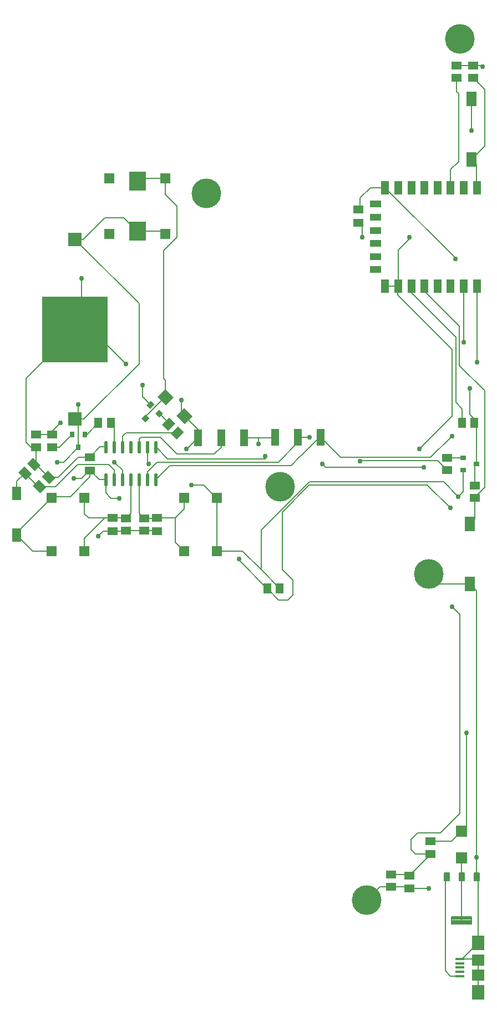
<source format=gbr>
G04 EAGLE Gerber RS-274X export*
G75*
%MOMM*%
%FSLAX34Y34*%
%LPD*%
%INTop Copper*%
%IPPOS*%
%AMOC8*
5,1,8,0,0,1.08239X$1,22.5*%
G01*
%ADD10R,1.600000X1.300000*%
%ADD11R,1.800000X1.700000*%
%ADD12R,1.270000X2.540000*%
%ADD13R,0.800000X0.900000*%
%ADD14R,1.300000X1.600000*%
%ADD15R,1.450000X2.100000*%
%ADD16R,1.500000X1.500000*%
%ADD17R,1.500000X1.300000*%
%ADD18C,0.295000*%
%ADD19R,1.200000X2.000000*%
%ADD20R,1.700000X1.100000*%
%ADD21C,0.139500*%
%ADD22C,0.196500*%
%ADD23R,1.400000X0.400000*%
%ADD24R,1.900000X1.800000*%
%ADD25R,1.900000X2.300000*%
%ADD26R,1.700000X1.800000*%
%ADD27R,0.900000X0.800000*%
%ADD28R,1.300000X1.500000*%
%ADD29R,1.600000X2.190000*%
%ADD30R,1.600000X2.180000*%
%ADD31R,10.000000X10.000000*%
%ADD32R,2.000000X2.000000*%
%ADD33R,2.500000X3.000000*%
%ADD34R,1.600000X1.600000*%
%ADD35C,4.516000*%
%ADD36C,0.152400*%
%ADD37C,0.756400*%


D10*
X942500Y1807500D03*
X942500Y1827500D03*
X977500Y1735000D03*
X977500Y1715000D03*
X1045000Y1735000D03*
X1045000Y1715000D03*
X1430000Y1170000D03*
X1430000Y1190000D03*
D11*
G36*
X1058357Y1907122D02*
X1045630Y1919849D01*
X1057651Y1931870D01*
X1070378Y1919143D01*
X1058357Y1907122D01*
G37*
G36*
X1087349Y1878130D02*
X1074622Y1890857D01*
X1086643Y1902878D01*
X1099370Y1890151D01*
X1087349Y1878130D01*
G37*
D12*
X1177800Y1856800D03*
X1142800Y1856800D03*
X1107800Y1856800D03*
D13*
G36*
X1027782Y1892639D02*
X1033439Y1886982D01*
X1027076Y1880619D01*
X1021419Y1886276D01*
X1027782Y1892639D01*
G37*
G36*
X1048642Y1900064D02*
X1054299Y1894407D01*
X1047936Y1888044D01*
X1042279Y1893701D01*
X1048642Y1900064D01*
G37*
G36*
X1035207Y1913499D02*
X1040864Y1907842D01*
X1034501Y1901479D01*
X1028844Y1907136D01*
X1035207Y1913499D01*
G37*
D14*
G36*
X853535Y1802222D02*
X844342Y1793029D01*
X833029Y1804342D01*
X842222Y1813535D01*
X853535Y1802222D01*
G37*
G36*
X866971Y1815658D02*
X857778Y1806465D01*
X846465Y1817778D01*
X855658Y1826971D01*
X866971Y1815658D01*
G37*
D10*
X997500Y1734500D03*
X997500Y1715500D03*
X1025000Y1734500D03*
X1025000Y1715500D03*
D14*
G36*
X1076978Y1874935D02*
X1086171Y1865742D01*
X1074858Y1854429D01*
X1065665Y1863622D01*
X1076978Y1874935D01*
G37*
G36*
X1063542Y1888371D02*
X1072735Y1879178D01*
X1061422Y1867865D01*
X1052229Y1877058D01*
X1063542Y1888371D01*
G37*
D10*
X860000Y1862000D03*
X860000Y1843000D03*
X1402500Y1192000D03*
X1402500Y1173000D03*
X885000Y1843000D03*
X885000Y1862000D03*
D15*
X830600Y1708900D03*
X830600Y1772400D03*
D16*
X934000Y1684500D03*
X884000Y1684500D03*
X934000Y1765500D03*
X884000Y1765500D03*
X1086000Y1765500D03*
X1136000Y1765500D03*
X1086000Y1684500D03*
X1136000Y1684500D03*
D17*
X1462300Y1223300D03*
X1462300Y1242300D03*
D18*
X968175Y1785225D02*
X968175Y1801775D01*
X968175Y1785225D02*
X965225Y1785225D01*
X965225Y1801775D01*
X968175Y1801775D01*
X968175Y1788027D02*
X965225Y1788027D01*
X965225Y1790829D02*
X968175Y1790829D01*
X968175Y1793631D02*
X965225Y1793631D01*
X965225Y1796433D02*
X968175Y1796433D01*
X968175Y1799235D02*
X965225Y1799235D01*
X980875Y1801775D02*
X980875Y1785225D01*
X977925Y1785225D01*
X977925Y1801775D01*
X980875Y1801775D01*
X980875Y1788027D02*
X977925Y1788027D01*
X977925Y1790829D02*
X980875Y1790829D01*
X980875Y1793631D02*
X977925Y1793631D01*
X977925Y1796433D02*
X980875Y1796433D01*
X980875Y1799235D02*
X977925Y1799235D01*
X993575Y1801775D02*
X993575Y1785225D01*
X990625Y1785225D01*
X990625Y1801775D01*
X993575Y1801775D01*
X993575Y1788027D02*
X990625Y1788027D01*
X990625Y1790829D02*
X993575Y1790829D01*
X993575Y1793631D02*
X990625Y1793631D01*
X990625Y1796433D02*
X993575Y1796433D01*
X993575Y1799235D02*
X990625Y1799235D01*
X1006275Y1801775D02*
X1006275Y1785225D01*
X1003325Y1785225D01*
X1003325Y1801775D01*
X1006275Y1801775D01*
X1006275Y1788027D02*
X1003325Y1788027D01*
X1003325Y1790829D02*
X1006275Y1790829D01*
X1006275Y1793631D02*
X1003325Y1793631D01*
X1003325Y1796433D02*
X1006275Y1796433D01*
X1006275Y1799235D02*
X1003325Y1799235D01*
X1018975Y1801775D02*
X1018975Y1785225D01*
X1016025Y1785225D01*
X1016025Y1801775D01*
X1018975Y1801775D01*
X1018975Y1788027D02*
X1016025Y1788027D01*
X1016025Y1790829D02*
X1018975Y1790829D01*
X1018975Y1793631D02*
X1016025Y1793631D01*
X1016025Y1796433D02*
X1018975Y1796433D01*
X1018975Y1799235D02*
X1016025Y1799235D01*
X1031675Y1801775D02*
X1031675Y1785225D01*
X1028725Y1785225D01*
X1028725Y1801775D01*
X1031675Y1801775D01*
X1031675Y1788027D02*
X1028725Y1788027D01*
X1028725Y1790829D02*
X1031675Y1790829D01*
X1031675Y1793631D02*
X1028725Y1793631D01*
X1028725Y1796433D02*
X1031675Y1796433D01*
X1031675Y1799235D02*
X1028725Y1799235D01*
X1044375Y1801775D02*
X1044375Y1785225D01*
X1041425Y1785225D01*
X1041425Y1801775D01*
X1044375Y1801775D01*
X1044375Y1788027D02*
X1041425Y1788027D01*
X1041425Y1790829D02*
X1044375Y1790829D01*
X1044375Y1793631D02*
X1041425Y1793631D01*
X1041425Y1796433D02*
X1044375Y1796433D01*
X1044375Y1799235D02*
X1041425Y1799235D01*
X1044375Y1834825D02*
X1044375Y1851375D01*
X1044375Y1834825D02*
X1041425Y1834825D01*
X1041425Y1851375D01*
X1044375Y1851375D01*
X1044375Y1837627D02*
X1041425Y1837627D01*
X1041425Y1840429D02*
X1044375Y1840429D01*
X1044375Y1843231D02*
X1041425Y1843231D01*
X1041425Y1846033D02*
X1044375Y1846033D01*
X1044375Y1848835D02*
X1041425Y1848835D01*
X1031675Y1851375D02*
X1031675Y1834825D01*
X1028725Y1834825D01*
X1028725Y1851375D01*
X1031675Y1851375D01*
X1031675Y1837627D02*
X1028725Y1837627D01*
X1028725Y1840429D02*
X1031675Y1840429D01*
X1031675Y1843231D02*
X1028725Y1843231D01*
X1028725Y1846033D02*
X1031675Y1846033D01*
X1031675Y1848835D02*
X1028725Y1848835D01*
X1018975Y1851375D02*
X1018975Y1834825D01*
X1016025Y1834825D01*
X1016025Y1851375D01*
X1018975Y1851375D01*
X1018975Y1837627D02*
X1016025Y1837627D01*
X1016025Y1840429D02*
X1018975Y1840429D01*
X1018975Y1843231D02*
X1016025Y1843231D01*
X1016025Y1846033D02*
X1018975Y1846033D01*
X1018975Y1848835D02*
X1016025Y1848835D01*
X1006275Y1851375D02*
X1006275Y1834825D01*
X1003325Y1834825D01*
X1003325Y1851375D01*
X1006275Y1851375D01*
X1006275Y1837627D02*
X1003325Y1837627D01*
X1003325Y1840429D02*
X1006275Y1840429D01*
X1006275Y1843231D02*
X1003325Y1843231D01*
X1003325Y1846033D02*
X1006275Y1846033D01*
X1006275Y1848835D02*
X1003325Y1848835D01*
X993575Y1851375D02*
X993575Y1834825D01*
X990625Y1834825D01*
X990625Y1851375D01*
X993575Y1851375D01*
X993575Y1837627D02*
X990625Y1837627D01*
X990625Y1840429D02*
X993575Y1840429D01*
X993575Y1843231D02*
X990625Y1843231D01*
X990625Y1846033D02*
X993575Y1846033D01*
X993575Y1848835D02*
X990625Y1848835D01*
X980875Y1851375D02*
X980875Y1834825D01*
X977925Y1834825D01*
X977925Y1851375D01*
X980875Y1851375D01*
X980875Y1837627D02*
X977925Y1837627D01*
X977925Y1840429D02*
X980875Y1840429D01*
X980875Y1843231D02*
X977925Y1843231D01*
X977925Y1846033D02*
X980875Y1846033D01*
X980875Y1848835D02*
X977925Y1848835D01*
X968175Y1851375D02*
X968175Y1834825D01*
X965225Y1834825D01*
X965225Y1851375D01*
X968175Y1851375D01*
X968175Y1837627D02*
X965225Y1837627D01*
X965225Y1840429D02*
X968175Y1840429D01*
X968175Y1843231D02*
X965225Y1843231D01*
X965225Y1846033D02*
X968175Y1846033D01*
X968175Y1848835D02*
X965225Y1848835D01*
D19*
X1533106Y2238249D03*
X1513106Y2238249D03*
X1493106Y2238249D03*
X1473106Y2238249D03*
X1453106Y2238249D03*
X1433106Y2238249D03*
X1413106Y2238249D03*
X1393106Y2238249D03*
X1393106Y2088249D03*
X1413106Y2088249D03*
X1433106Y2088249D03*
X1453106Y2088249D03*
X1473106Y2088249D03*
X1493106Y2088249D03*
X1513106Y2088249D03*
X1533106Y2088249D03*
D20*
X1378106Y2213249D03*
X1378106Y2193249D03*
X1378106Y2173249D03*
X1378106Y2153249D03*
X1378106Y2133249D03*
X1378106Y2113249D03*
D21*
X1528947Y1194303D02*
X1536853Y1194303D01*
X1536853Y1182597D01*
X1528947Y1182597D01*
X1528947Y1194303D01*
X1528947Y1183922D02*
X1536853Y1183922D01*
X1536853Y1185247D02*
X1528947Y1185247D01*
X1528947Y1186572D02*
X1536853Y1186572D01*
X1536853Y1187897D02*
X1528947Y1187897D01*
X1528947Y1189222D02*
X1536853Y1189222D01*
X1536853Y1190547D02*
X1528947Y1190547D01*
X1528947Y1191872D02*
X1536853Y1191872D01*
X1536853Y1193197D02*
X1528947Y1193197D01*
X1513953Y1194303D02*
X1506047Y1194303D01*
X1513953Y1194303D02*
X1513953Y1182597D01*
X1506047Y1182597D01*
X1506047Y1194303D01*
X1506047Y1183922D02*
X1513953Y1183922D01*
X1513953Y1185247D02*
X1506047Y1185247D01*
X1506047Y1186572D02*
X1513953Y1186572D01*
X1513953Y1187897D02*
X1506047Y1187897D01*
X1506047Y1189222D02*
X1513953Y1189222D01*
X1513953Y1190547D02*
X1506047Y1190547D01*
X1506047Y1191872D02*
X1513953Y1191872D01*
X1513953Y1193197D02*
X1506047Y1193197D01*
X1491053Y1194303D02*
X1483147Y1194303D01*
X1491053Y1194303D02*
X1491053Y1182597D01*
X1483147Y1182597D01*
X1483147Y1194303D01*
X1483147Y1183922D02*
X1491053Y1183922D01*
X1491053Y1185247D02*
X1483147Y1185247D01*
X1483147Y1186572D02*
X1491053Y1186572D01*
X1491053Y1187897D02*
X1483147Y1187897D01*
X1483147Y1189222D02*
X1491053Y1189222D01*
X1491053Y1190547D02*
X1483147Y1190547D01*
X1483147Y1191872D02*
X1491053Y1191872D01*
X1491053Y1193197D02*
X1483147Y1193197D01*
D22*
X1494782Y1127118D02*
X1525218Y1127118D01*
X1525218Y1115982D01*
X1494782Y1115982D01*
X1494782Y1127118D01*
X1494782Y1117849D02*
X1525218Y1117849D01*
X1525218Y1119716D02*
X1494782Y1119716D01*
X1494782Y1121583D02*
X1525218Y1121583D01*
X1525218Y1123450D02*
X1494782Y1123450D01*
X1494782Y1125317D02*
X1525218Y1125317D01*
D23*
X1507500Y1037000D03*
X1507500Y1043500D03*
X1507500Y1050000D03*
X1507500Y1056500D03*
X1507500Y1063000D03*
D24*
X1535000Y1061500D03*
X1535000Y1038500D03*
D25*
X1535000Y1087500D03*
X1535000Y1012500D03*
D26*
X1510000Y1217000D03*
X1510000Y1258000D03*
D27*
X1532500Y1817500D03*
X1512500Y1827000D03*
X1512500Y1808000D03*
D28*
X1213000Y1627500D03*
X1232000Y1627500D03*
D10*
X1527500Y2405500D03*
X1527500Y2424500D03*
X1502500Y2405500D03*
X1502500Y2424500D03*
D14*
X1510500Y1880000D03*
X1529500Y1880000D03*
D10*
X1530000Y1765500D03*
X1530000Y1784500D03*
X1352500Y2205000D03*
X1352500Y2185000D03*
D29*
X1525000Y2373400D03*
X1525000Y2281600D03*
D30*
X1522500Y1634000D03*
X1522500Y1726000D03*
D12*
X1225000Y1857500D03*
X1260000Y1857500D03*
X1295000Y1857500D03*
D13*
X925000Y1842500D03*
X934500Y1862500D03*
X915500Y1862500D03*
D14*
X974500Y1880000D03*
X955500Y1880000D03*
D10*
X1487500Y1827000D03*
X1487500Y1808000D03*
D31*
X920000Y2022500D03*
D32*
X920000Y2159500D03*
X920000Y1885500D03*
D14*
G36*
X875682Y1781869D02*
X866489Y1772676D01*
X855176Y1783989D01*
X864369Y1793182D01*
X875682Y1781869D01*
G37*
G36*
X889824Y1796011D02*
X880631Y1786818D01*
X869318Y1798131D01*
X878511Y1807324D01*
X889824Y1796011D01*
G37*
D33*
X1015000Y2248000D03*
X1015000Y2172000D03*
D34*
X1057500Y2252500D03*
X1057500Y2167500D03*
X972500Y2252500D03*
X972500Y2167500D03*
D35*
X1507500Y2465000D03*
X1120000Y2230000D03*
X1232500Y1782500D03*
X1460000Y1650000D03*
X1365000Y1152500D03*
D36*
X879571Y1797071D02*
X859925Y1816718D01*
X856718Y1816718D01*
X860000Y1820000D01*
X860000Y1842500D01*
X860000Y1843000D01*
X977500Y1715000D02*
X997000Y1715000D01*
X997500Y1715500D01*
X1025000Y1715500D01*
X1044500Y1715500D01*
X1045000Y1715000D01*
X1525000Y2325000D02*
X1525000Y2373400D01*
D37*
X1358100Y2162500D03*
D36*
X1358100Y2179400D01*
X1352500Y2185000D01*
X1393106Y2088249D02*
X1413106Y2088249D01*
X1413106Y2143106D01*
X1432500Y2162500D01*
X1430000Y2162500D01*
D37*
X1430000Y2162500D03*
D36*
X1413106Y2088249D02*
X1412271Y2087414D01*
X1412271Y2074914D01*
X1495080Y1992104D01*
X1535000Y1186350D02*
X1535000Y1087500D01*
X1535000Y1186350D02*
X1532900Y1188450D01*
X1385500Y1173000D02*
X1365000Y1152500D01*
X1385500Y1173000D02*
X1402500Y1173000D01*
X1427000Y1173000D01*
X1430000Y1170000D01*
X1460000Y1170000D01*
D37*
X1460000Y1170000D03*
X1532500Y1217500D03*
D36*
X1532900Y1217100D01*
X1532900Y1188450D01*
X1495080Y1890080D02*
X1495080Y1992104D01*
X1495080Y1890080D02*
X1445000Y1840000D01*
D37*
X1445000Y1840000D03*
D36*
X1476000Y1634000D02*
X1522500Y1634000D01*
X1476000Y1634000D02*
X1460000Y1650000D01*
X1522500Y1634000D02*
X1532500Y1624000D01*
X1532500Y1217500D01*
X1224300Y1856800D02*
X1225000Y1857500D01*
X945000Y2022500D02*
X920000Y2022500D01*
X945000Y2022500D02*
X997500Y1970000D01*
D37*
X997500Y1970000D03*
D36*
X920000Y2022500D02*
X845000Y1947500D01*
X845000Y1850000D01*
X852500Y1842500D01*
X860000Y1842500D01*
X942500Y1827500D02*
X958100Y1843100D01*
X966700Y1843100D01*
X894571Y1797071D02*
X879571Y1797071D01*
X925000Y1827500D02*
X942500Y1827500D01*
X925000Y1827500D02*
X894571Y1797071D01*
D37*
X1022500Y1937500D03*
D36*
X1022500Y1919842D02*
X1034854Y1907489D01*
X977500Y1715000D02*
X962500Y1715000D01*
X955000Y1707500D01*
D37*
X955000Y1707500D03*
D36*
X1177800Y1856800D02*
X1200000Y1856800D01*
X1224300Y1856800D01*
X1200000Y1856800D02*
X1200000Y1847500D01*
D37*
X1200000Y1847500D03*
X930000Y2100000D03*
D36*
X930000Y2032500D01*
X920000Y2022500D01*
D37*
X1525000Y2325000D03*
D36*
X1535000Y1038500D02*
X1535000Y1012500D01*
X1535000Y1038500D02*
X1535000Y1061500D01*
X1510500Y1063000D02*
X1535000Y1087500D01*
X1510500Y1063000D02*
X1507500Y1063000D01*
X1533500Y1063000D01*
X1535000Y1061500D01*
X1022500Y1919842D02*
X1022500Y1937500D01*
X1017500Y1855000D02*
X1017500Y1843100D01*
X1017500Y1855000D02*
X1020000Y1857500D01*
X1050000Y1857500D01*
X1075000Y1832500D02*
X1132500Y1832500D01*
X1142800Y1842800D01*
X1142800Y1856800D01*
X1075000Y1832500D02*
X1050000Y1857500D01*
X830600Y1790600D02*
X830600Y1772400D01*
X830600Y1790600D02*
X843282Y1803282D01*
X863636Y1782929D01*
X865429Y1782929D01*
X889837Y1782929D01*
X923448Y1816540D01*
X979400Y1808100D02*
X979400Y1793500D01*
X970960Y1816540D02*
X923448Y1816540D01*
X970960Y1816540D02*
X979400Y1808100D01*
X885000Y1862000D02*
X860000Y1862000D01*
X885000Y1862000D02*
X885000Y1867500D01*
X897500Y1880000D01*
D37*
X897500Y1880000D03*
X980000Y1820000D03*
D36*
X992100Y1807900D01*
X992100Y1793500D01*
X934000Y1741377D02*
X940377Y1735000D01*
X965000Y1735000D01*
X977500Y1735000D01*
X934000Y1741377D02*
X934000Y1765500D01*
X934000Y1704000D02*
X934000Y1684500D01*
X934000Y1704000D02*
X965000Y1735000D01*
X977500Y1735000D02*
X997000Y1735000D01*
X997500Y1734500D01*
X1005000Y1742000D01*
X1005000Y1793300D02*
X1004800Y1793500D01*
X1005000Y1793300D02*
X1005000Y1742000D01*
X1025000Y1734500D02*
X1044500Y1734500D01*
X1045000Y1735000D01*
X1086000Y1748500D02*
X1086000Y1765500D01*
X1086000Y1748500D02*
X1072500Y1735000D01*
X1045000Y1735000D01*
X1072500Y1698000D02*
X1086000Y1684500D01*
X1072500Y1698000D02*
X1072500Y1735000D01*
X1025000Y1734500D02*
X1017500Y1742000D01*
X1017500Y1793500D01*
X1402500Y1192000D02*
X1428000Y1192000D01*
X1430000Y1190000D01*
X1462300Y1222300D02*
X1462300Y1223300D01*
X1462300Y1222300D02*
X1430000Y1190000D01*
X1439200Y1223300D02*
X1462300Y1223300D01*
X1439200Y1223300D02*
X1432500Y1230000D01*
X1432500Y1245000D01*
X1442500Y1255000D01*
X1477500Y1255000D01*
X1507500Y1285000D01*
X1507500Y1587500D02*
X1495000Y1600000D01*
D37*
X1495000Y1600000D03*
X1492500Y1750000D03*
D36*
X1457420Y1785080D01*
X1507500Y1587500D02*
X1507500Y1285000D01*
X1213000Y1627500D02*
X1212750Y1627750D01*
X1170000Y1670500D01*
X1170000Y1672500D01*
D37*
X1170000Y1672500D03*
X1032500Y1817500D03*
D36*
X1030200Y1819800D01*
X1030200Y1843100D01*
X1236085Y1743915D02*
X1277250Y1785080D01*
X1236085Y1743915D02*
X1236085Y1656415D01*
X1252500Y1640000D01*
X1252500Y1617500D01*
X1245000Y1610000D01*
X1230500Y1610000D01*
X1213000Y1627500D01*
X1277250Y1785080D02*
X1457420Y1785080D01*
X1487500Y1808000D02*
X1473000Y1822500D01*
X1061000Y1825000D02*
X1042900Y1843100D01*
X1210000Y1828822D02*
X1210000Y1825000D01*
D37*
X1210000Y1828822D03*
X1355000Y1821178D03*
D36*
X1356322Y1822500D01*
X1473000Y1822500D01*
X1210000Y1825000D02*
X1061000Y1825000D01*
X884000Y1684500D02*
X855000Y1684500D01*
X830600Y1708900D01*
X830600Y1712100D02*
X884000Y1765500D01*
X830600Y1712100D02*
X830600Y1708900D01*
X1136000Y1684500D02*
X1136000Y1765000D01*
X1136000Y1765500D01*
X921500Y1884000D02*
X920000Y1885500D01*
X921500Y1884000D02*
X925000Y1880500D01*
X925000Y1842500D01*
X1015000Y2172000D02*
X1053000Y2172000D01*
X1057500Y2167500D01*
X932000Y2159500D02*
X920000Y2159500D01*
X932000Y2159500D02*
X965000Y2192500D01*
X994500Y2192500D01*
X1015000Y2172000D01*
X1462300Y1242300D02*
X1494300Y1242300D01*
X1510000Y1258000D01*
X1517500Y1265500D01*
D37*
X1517500Y1407500D03*
X1505000Y1767500D03*
D36*
X1512500Y1775000D01*
X1512500Y1808000D01*
X1517500Y1407500D02*
X1517500Y1265500D01*
X1505000Y1767500D02*
X1482500Y1790000D01*
X1017500Y2062000D02*
X920000Y2159500D01*
X1017500Y2062000D02*
X1017500Y1970000D01*
X933000Y1885500D01*
X920000Y1885500D01*
X1086996Y1890504D02*
X1107800Y1869700D01*
X1107800Y1856800D01*
X886000Y1767500D02*
X884000Y1765500D01*
X886000Y1767500D02*
X912500Y1767500D01*
X942500Y1797500D01*
X942500Y1807500D01*
X956500Y1793500D01*
X966700Y1793500D01*
X925000Y1842500D02*
X902500Y1820000D01*
X892500Y1820000D01*
D37*
X892500Y1820000D03*
X917500Y1795000D03*
D36*
X930000Y1795000D01*
X942500Y1807500D01*
X1136000Y1684500D02*
X1175500Y1684500D01*
X1203750Y1656250D01*
X1232000Y1628000D01*
X1232000Y1627500D01*
X966700Y1773300D02*
X966700Y1793500D01*
X975000Y1765000D02*
X987500Y1765000D01*
D37*
X987500Y1765000D03*
X1097500Y1785000D03*
D36*
X1116000Y1785000D01*
X1136000Y1765000D01*
X975000Y1765000D02*
X966700Y1773300D01*
X1091000Y1840000D02*
X1107800Y1856800D01*
X1091000Y1840000D02*
X1090000Y1840000D01*
D37*
X1090000Y1840000D03*
D36*
X1203750Y1716250D02*
X1203750Y1656250D01*
X1277500Y1790000D02*
X1482500Y1790000D01*
X1277500Y1790000D02*
X1203750Y1716250D01*
X1086996Y1890504D02*
X1082500Y1895000D01*
X1082500Y1915000D01*
D37*
X1082500Y1915000D03*
X925000Y1907500D03*
D36*
X925000Y1887500D01*
X921500Y1884000D01*
X1027429Y1886629D02*
X1027429Y1888920D01*
X1058004Y1919496D01*
X1057500Y2252500D02*
X1015000Y2252500D01*
X1012500Y2255000D01*
X1012500Y2250500D01*
X1015000Y2248000D01*
X1058004Y1944811D02*
X1058004Y1919496D01*
X1058004Y1944811D02*
X1054920Y1947896D01*
X1054920Y2142420D01*
X1075000Y2162500D01*
X1075000Y2210000D01*
X1057500Y2227500D02*
X1057500Y2252500D01*
X1057500Y2227500D02*
X1075000Y2210000D01*
X1048289Y1894054D02*
X1062482Y1879860D01*
X1062482Y1878118D01*
X1493000Y1037000D02*
X1507500Y1037000D01*
X1493000Y1037000D02*
X1485000Y1045000D01*
X1485000Y1186350D01*
X1487100Y1188450D01*
X1510000Y1188450D02*
X1510000Y1121550D01*
X1510000Y1188450D02*
X1510000Y1217000D01*
X1502500Y2424500D02*
X1525000Y2424500D01*
X1527500Y2424500D01*
X1355000Y2207500D02*
X1352500Y2205000D01*
X1355000Y2207500D02*
X1355000Y2222500D01*
X1370749Y2238249D01*
X1393106Y2238249D01*
X1500000Y2131354D01*
X1500000Y2130000D01*
D37*
X1500000Y2130000D03*
D36*
X1530000Y1815000D02*
X1530000Y1784500D01*
X1530000Y1815000D02*
X1532500Y1817500D01*
D37*
X1522500Y1932500D03*
D36*
X1522500Y1892727D01*
X1532500Y1877000D02*
X1532500Y1817500D01*
X1532500Y1877000D02*
X1529500Y1880000D01*
X1529500Y1885727D01*
X1522500Y1892727D01*
D37*
X1541900Y2422500D03*
D36*
X1539900Y2424500D01*
X1527500Y2424500D01*
X1533106Y2088249D02*
X1533106Y1972500D01*
D37*
X1533106Y1972500D03*
X1452500Y1812500D03*
D36*
X1302500Y1812500D01*
X1030200Y1805000D02*
X1030200Y1793500D01*
X1230000Y1820000D02*
X1260000Y1850000D01*
X1260000Y1857500D01*
X1045200Y1820000D02*
X1030200Y1805000D01*
X1045200Y1820000D02*
X1230000Y1820000D01*
X1297500Y1817500D02*
X1302500Y1812500D01*
D37*
X1297500Y1817500D03*
X1277500Y1857500D03*
D36*
X1260000Y1857500D01*
X1453106Y2080749D02*
X1506684Y2027170D01*
X1453106Y2080749D02*
X1453106Y2088249D01*
X1506684Y2027170D02*
X1506684Y1967500D01*
X1530000Y1733500D02*
X1522500Y1726000D01*
X1530000Y1733500D02*
X1530000Y1765500D01*
X1530000Y1766408D01*
X1544920Y1929264D02*
X1506684Y1967500D01*
X1544920Y1781328D02*
X1530000Y1766408D01*
X1544920Y1781328D02*
X1544920Y1929264D01*
X1500882Y2010472D02*
X1433106Y2078249D01*
X1433106Y2088249D01*
X1510742Y1901258D02*
X1510500Y1880000D01*
X1510742Y1901258D02*
X1500882Y1911118D01*
X1500882Y2010472D01*
X1493106Y2238249D02*
X1493106Y2265921D01*
X1505080Y2277896D02*
X1505080Y2382104D01*
X1505080Y2277896D02*
X1493106Y2265921D01*
X1502500Y2384684D02*
X1502500Y2405500D01*
X1502500Y2384684D02*
X1505080Y2382104D01*
X1527500Y2405500D02*
X1544920Y2388080D01*
X1525000Y2281600D02*
X1532500Y2274100D01*
X1532500Y2238854D02*
X1533106Y2238249D01*
X1532500Y2238854D02*
X1532500Y2274100D01*
X1525000Y2281600D02*
X1544920Y2301520D01*
X1544920Y2388080D01*
X896000Y1843000D02*
X885000Y1843000D01*
X896000Y1843000D02*
X915500Y1862500D01*
X934500Y1862500D02*
X938000Y1862500D01*
X955500Y1880000D01*
X1487500Y1827000D02*
X1512500Y1827000D01*
X1513106Y2002500D02*
X1513106Y2088249D01*
D37*
X1513106Y2002500D03*
X1495000Y1860000D03*
D36*
X1462500Y1827500D01*
X1325000Y1827500D02*
X1296250Y1856250D01*
X1295000Y1857500D01*
X1325000Y1827500D02*
X1462500Y1827500D01*
X1064400Y1815000D02*
X1042900Y1793500D01*
X1250000Y1815000D02*
X1263750Y1828750D01*
X1265000Y1830000D01*
X1250000Y1815000D02*
X1064400Y1815000D01*
X1265000Y1830000D02*
X1291250Y1856250D01*
X1296250Y1856250D01*
X980000Y1874500D02*
X974500Y1880000D01*
X980000Y1874500D02*
X980000Y1835000D01*
X979400Y1835600D01*
X979400Y1843100D01*
X997182Y1864682D02*
X1075918Y1864682D01*
X992100Y1859600D02*
X992100Y1843100D01*
X992100Y1859600D02*
X997182Y1864682D01*
M02*

</source>
